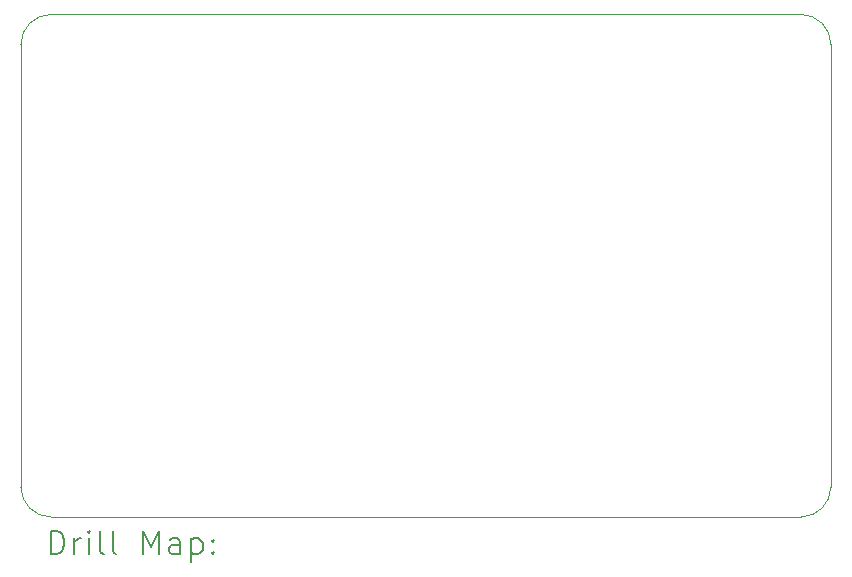
<source format=gbr>
%TF.GenerationSoftware,KiCad,Pcbnew,(6.0.7)*%
%TF.CreationDate,2023-01-30T12:50:34-06:00*%
%TF.ProjectId,LASK4,4c41534b-342e-46b6-9963-61645f706362,rev?*%
%TF.SameCoordinates,Original*%
%TF.FileFunction,Drillmap*%
%TF.FilePolarity,Positive*%
%FSLAX45Y45*%
G04 Gerber Fmt 4.5, Leading zero omitted, Abs format (unit mm)*
G04 Created by KiCad (PCBNEW (6.0.7)) date 2023-01-30 12:50:34*
%MOMM*%
%LPD*%
G01*
G04 APERTURE LIST*
%ADD10C,0.100000*%
%ADD11C,0.200000*%
G04 APERTURE END LIST*
D10*
X13652500Y-7239000D02*
X20002500Y-7239000D01*
X13652500Y-7239000D02*
G75*
G03*
X13398500Y-7493000I0J-254000D01*
G01*
X13398500Y-11239500D02*
X13398500Y-7493000D01*
X13398500Y-11239500D02*
G75*
G03*
X13652500Y-11493500I254000J0D01*
G01*
X20256500Y-7493000D02*
G75*
G03*
X20002500Y-7239000I-254000J0D01*
G01*
X20256500Y-7493000D02*
X20256500Y-11239500D01*
X20002500Y-11493500D02*
G75*
G03*
X20256500Y-11239500I0J254000D01*
G01*
X20002500Y-11493500D02*
X13652500Y-11493500D01*
D11*
X13651119Y-11808976D02*
X13651119Y-11608976D01*
X13698738Y-11608976D01*
X13727309Y-11618500D01*
X13746357Y-11637548D01*
X13755881Y-11656595D01*
X13765405Y-11694690D01*
X13765405Y-11723262D01*
X13755881Y-11761357D01*
X13746357Y-11780405D01*
X13727309Y-11799452D01*
X13698738Y-11808976D01*
X13651119Y-11808976D01*
X13851119Y-11808976D02*
X13851119Y-11675643D01*
X13851119Y-11713738D02*
X13860643Y-11694690D01*
X13870167Y-11685167D01*
X13889214Y-11675643D01*
X13908262Y-11675643D01*
X13974928Y-11808976D02*
X13974928Y-11675643D01*
X13974928Y-11608976D02*
X13965405Y-11618500D01*
X13974928Y-11628024D01*
X13984452Y-11618500D01*
X13974928Y-11608976D01*
X13974928Y-11628024D01*
X14098738Y-11808976D02*
X14079690Y-11799452D01*
X14070167Y-11780405D01*
X14070167Y-11608976D01*
X14203500Y-11808976D02*
X14184452Y-11799452D01*
X14174928Y-11780405D01*
X14174928Y-11608976D01*
X14432071Y-11808976D02*
X14432071Y-11608976D01*
X14498738Y-11751833D01*
X14565405Y-11608976D01*
X14565405Y-11808976D01*
X14746357Y-11808976D02*
X14746357Y-11704214D01*
X14736833Y-11685167D01*
X14717786Y-11675643D01*
X14679690Y-11675643D01*
X14660643Y-11685167D01*
X14746357Y-11799452D02*
X14727309Y-11808976D01*
X14679690Y-11808976D01*
X14660643Y-11799452D01*
X14651119Y-11780405D01*
X14651119Y-11761357D01*
X14660643Y-11742309D01*
X14679690Y-11732786D01*
X14727309Y-11732786D01*
X14746357Y-11723262D01*
X14841595Y-11675643D02*
X14841595Y-11875643D01*
X14841595Y-11685167D02*
X14860643Y-11675643D01*
X14898738Y-11675643D01*
X14917786Y-11685167D01*
X14927309Y-11694690D01*
X14936833Y-11713738D01*
X14936833Y-11770881D01*
X14927309Y-11789928D01*
X14917786Y-11799452D01*
X14898738Y-11808976D01*
X14860643Y-11808976D01*
X14841595Y-11799452D01*
X15022548Y-11789928D02*
X15032071Y-11799452D01*
X15022548Y-11808976D01*
X15013024Y-11799452D01*
X15022548Y-11789928D01*
X15022548Y-11808976D01*
X15022548Y-11685167D02*
X15032071Y-11694690D01*
X15022548Y-11704214D01*
X15013024Y-11694690D01*
X15022548Y-11685167D01*
X15022548Y-11704214D01*
M02*

</source>
